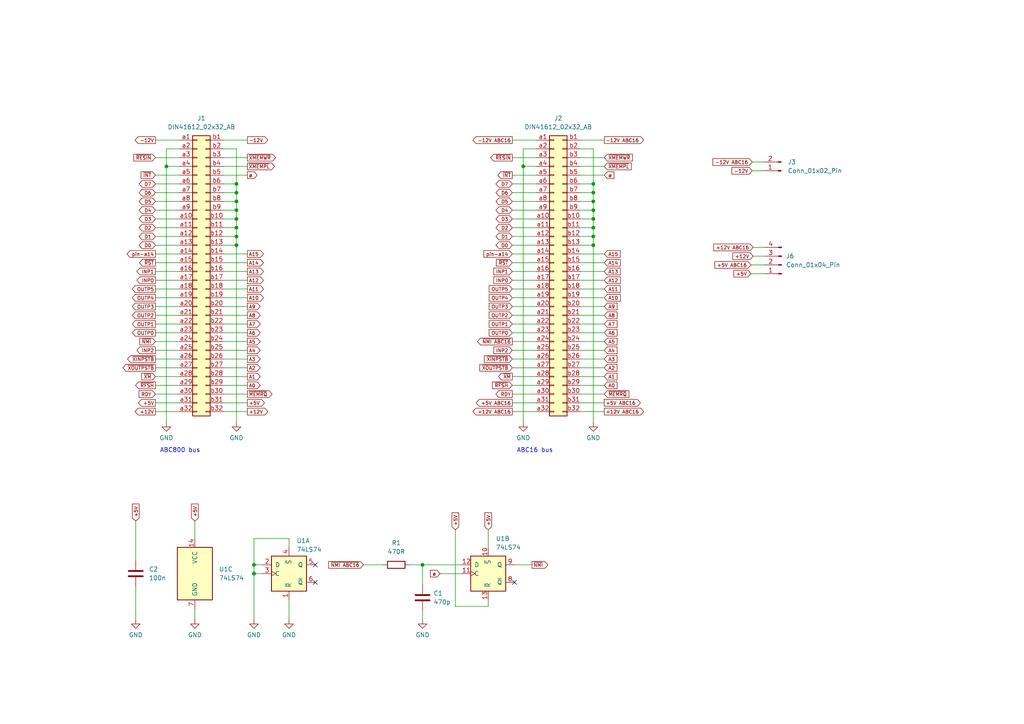
<source format=kicad_sch>
(kicad_sch (version 20230121) (generator eeschema)
  (paper "A4")
  (title_block (title "ABC800 - ABC16 extension board") (date "2024-04-17") (rev "1") (company "ARL") (comment 1 "Anders Sandahl"))
  (lib_symbols
    (symbol "74xx:74LS74" (pin_names (offset 1.016))
      (property "Reference" "U" (at -7.62 8.89 0))
      (property "Value" "74LS74" (at -7.62 -8.89 0))
      (symbol "74LS74_1_0"
        (pin input line (at 0 -7.62 90) (length 2.54) (name "~{R}") (number "1"))
        (pin input line (at -7.62 2.54 0) (length 2.54) (name "D") (number "2"))
        (pin input clock (at -7.62 0 0) (length 2.54) (name "C") (number "3"))
        (pin input line (at 0 7.62 270) (length 2.54) (name "~{S}") (number "4"))
        (pin output line (at 7.62 2.54 180) (length 2.54) (name "Q") (number "5"))
        (pin output line (at 7.62 -2.54 180) (length 2.54) (name "~{Q}") (number "6"))
      )
      (symbol "74LS74_1_1"
        (rectangle (start -5.08 5.08) (end 5.08 -5.08) (stroke (width 0.254)) (fill (type background)))
      )
      (symbol "74LS74_2_0"
        (pin input line (at 0 7.62 270) (length 2.54) (name "~{S}") (number "10"))
        (pin input clock (at -7.62 0 0) (length 2.54) (name "C") (number "11"))
        (pin input line (at -7.62 2.54 0) (length 2.54) (name "D") (number "12"))
        (pin input line (at 0 -7.62 90) (length 2.54) (name "~{R}") (number "13"))
        (pin output line (at 7.62 -2.54 180) (length 2.54) (name "~{Q}") (number "8"))
        (pin output line (at 7.62 2.54 180) (length 2.54) (name "Q") (number "9"))
      )
      (symbol "74LS74_2_1"
        (rectangle (start -5.08 5.08) (end 5.08 -5.08) (stroke (width 0.254)) (fill (type background)))
      )
      (symbol "74LS74_3_0"
        (pin power_in line (at 0 10.16 270) (length 2.54) (name "VCC") (number "14"))
        (pin power_in line (at 0 -10.16 90) (length 2.54) (name "GND") (number "7"))
      )
      (symbol "74LS74_3_1"
        (rectangle (start -5.08 7.62) (end 5.08 -7.62) (stroke (width 0.254)) (fill (type background)))
      )
    )
    (symbol "Connector:Conn_01x02_Pin" (pin_names (offset 1.016) hide)
      (property "Reference" "J" (at 0 2.54 0))
      (property "Value" "Conn_01x02_Pin" (at 0 -5.08 0))
      (symbol "Conn_01x02_Pin_1_1"
        (polyline (pts (xy 1.27 -2.54) (xy 0.8636 -2.54)) (stroke (width 0.1524)))
        (polyline (pts (xy 1.27 0) (xy 0.8636 0)) (stroke (width 0.1524)))
        (rectangle (start 0.8636 -2.413) (end 0 -2.667) (stroke (width 0.1524)) (fill (type outline)))
        (rectangle (start 0.8636 0.127) (end 0 -0.127) (stroke (width 0.1524)) (fill (type outline)))
        (pin passive line (at 5.08 0 180) (length 3.81) (name "Pin_1") (number "1"))
        (pin passive line (at 5.08 -2.54 180) (length 3.81) (name "Pin_2") (number "2"))
      )
    )
    (symbol "Connector:Conn_01x04_Pin" (pin_names (offset 1.016) hide)
      (property "Reference" "J" (at 0 5.08 0))
      (property "Value" "Conn_01x04_Pin" (at 0 -7.62 0))
      (symbol "Conn_01x04_Pin_1_1"
        (polyline (pts (xy 1.27 -5.08) (xy 0.8636 -5.08)) (stroke (width 0.1524)))
        (polyline (pts (xy 1.27 -2.54) (xy 0.8636 -2.54)) (stroke (width 0.1524)))
        (polyline (pts (xy 1.27 0) (xy 0.8636 0)) (stroke (width 0.1524)))
        (polyline (pts (xy 1.27 2.54) (xy 0.8636 2.54)) (stroke (width 0.1524)))
        (rectangle (start 0.8636 -4.953) (end 0 -5.207) (stroke (width 0.1524)) (fill (type outline)))
        (rectangle (start 0.8636 -2.413) (end 0 -2.667) (stroke (width 0.1524)) (fill (type outline)))
        (rectangle (start 0.8636 0.127) (end 0 -0.127) (stroke (width 0.1524)) (fill (type outline)))
        (rectangle (start 0.8636 2.667) (end 0 2.413) (stroke (width 0.1524)) (fill (type outline)))
        (pin passive line (at 5.08 2.54 180) (length 3.81) (name "Pin_1") (number "1"))
        (pin passive line (at 5.08 0 180) (length 3.81) (name "Pin_2") (number "2"))
        (pin passive line (at 5.08 -2.54 180) (length 3.81) (name "Pin_3") (number "3"))
        (pin passive line (at 5.08 -5.08 180) (length 3.81) (name "Pin_4") (number "4"))
      )
    )
    (symbol "Connector:DIN41612_02x32_AB" (pin_names (offset 1.016) hide)
      (property "Reference" "J" (at 1.27 40.64 0))
      (property "Value" "DIN41612_02x32_AB" (at 1.27 -43.18 0))
      (symbol "DIN41612_02x32_AB_1_1"
        (rectangle (start -1.27 -40.513) (end 0 -40.767) (stroke (width 0.1524)))
        (rectangle (start -1.27 -37.973) (end 0 -38.227) (stroke (width 0.1524)))
        (rectangle (start -1.27 -35.433) (end 0 -35.687) (stroke (width 0.1524)))
        (rectangle (start -1.27 -32.893) (end 0 -33.147) (stroke (width 0.1524)))
        (rectangle (start -1.27 -30.353) (end 0 -30.607) (stroke (width 0.1524)))
        (rectangle (start -1.27 -27.813) (end 0 -28.067) (stroke (width 0.1524)))
        (rectangle (start -1.27 -25.273) (end 0 -25.527) (stroke (width 0.1524)))
        (rectangle (start -1.27 -22.733) (end 0 -22.987) (stroke (width 0.1524)))
        (rectangle (start -1.27 -20.193) (end 0 -20.447) (stroke (width 0.1524)))
        (rectangle (start -1.27 -17.653) (end 0 -17.907) (stroke (width 0.1524)))
        (rectangle (start -1.27 -15.113) (end 0 -15.367) (stroke (width 0.1524)))
        (rectangle (start -1.27 -12.573) (end 0 -12.827) (stroke (width 0.1524)))
        (rectangle (start -1.27 -10.033) (end 0 -10.287) (stroke (width 0.1524)))
        (rectangle (start -1.27 -7.493) (end 0 -7.747) (stroke (width 0.1524)))
        (rectangle (start -1.27 -4.953) (end 0 -5.207) (stroke (width 0.1524)))
        (rectangle (start -1.27 -2.413) (end 0 -2.667) (stroke (width 0.1524)))
        (rectangle (start -1.27 0.127) (end 0 -0.127) (stroke (width 0.1524)))
        (rectangle (start -1.27 2.667) (end 0 2.413) (stroke (width 0.1524)))
        (rectangle (start -1.27 5.207) (end 0 4.953) (stroke (width 0.1524)))
        (rectangle (start -1.27 7.747) (end 0 7.493) (stroke (width 0.1524)))
        (rectangle (start -1.27 10.287) (end 0 10.033) (stroke (width 0.1524)))
        (rectangle (start -1.27 12.827) (end 0 12.573) (stroke (width 0.1524)))
        (rectangle (start -1.27 15.367) (end 0 15.113) (stroke (width 0.1524)))
        (rectangle (start -1.27 17.907) (end 0 17.653) (stroke (width 0.1524)))
        (rectangle (start -1.27 20.447) (end 0 20.193) (stroke (width 0.1524)))
        (rectangle (start -1.27 22.987) (end 0 22.733) (stroke (width 0.1524)))
        (rectangle (start -1.27 25.527) (end 0 25.273) (stroke (width 0.1524)))
        (rectangle (start -1.27 28.067) (end 0 27.813) (stroke (width 0.1524)))
        (rectangle (start -1.27 30.607) (end 0 30.353) (stroke (width 0.1524)))
        (rectangle (start -1.27 33.147) (end 0 32.893) (stroke (width 0.1524)))
        (rectangle (start -1.27 35.687) (end 0 35.433) (stroke (width 0.1524)))
        (rectangle (start -1.27 38.227) (end 0 37.973) (stroke (width 0.1524)))
        (rectangle (start -1.27 39.37) (end 3.81 -41.91) (stroke (width 0.254)) (fill (type background)))
        (rectangle (start 3.81 -40.513) (end 2.54 -40.767) (stroke (width 0.1524)))
        (rectangle (start 3.81 -37.973) (end 2.54 -38.227) (stroke (width 0.1524)))
        (rectangle (start 3.81 -35.433) (end 2.54 -35.687) (stroke (width 0.1524)))
        (rectangle (start 3.81 -32.893) (end 2.54 -33.147) (stroke (width 0.1524)))
        (rectangle (start 3.81 -30.353) (end 2.54 -30.607) (stroke (width 0.1524)))
        (rectangle (start 3.81 -27.813) (end 2.54 -28.067) (stroke (width 0.1524)))
        (rectangle (start 3.81 -25.273) (end 2.54 -25.527) (stroke (width 0.1524)))
        (rectangle (start 3.81 -22.733) (end 2.54 -22.987) (stroke (width 0.1524)))
        (rectangle (start 3.81 -20.193) (end 2.54 -20.447) (stroke (width 0.1524)))
        (rectangle (start 3.81 -17.653) (end 2.54 -17.907) (stroke (width 0.1524)))
        (rectangle (start 3.81 -15.113) (end 2.54 -15.367) (stroke (width 0.1524)))
        (rectangle (start 3.81 -12.573) (end 2.54 -12.827) (stroke (width 0.1524)))
        (rectangle (start 3.81 -10.033) (end 2.54 -10.287) (stroke (width 0.1524)))
        (rectangle (start 3.81 -7.493) (end 2.54 -7.747) (stroke (width 0.1524)))
        (rectangle (start 3.81 -4.953) (end 2.54 -5.207) (stroke (width 0.1524)))
        (rectangle (start 3.81 -2.413) (end 2.54 -2.667) (stroke (width 0.1524)))
        (rectangle (start 3.81 0.127) (end 2.54 -0.127) (stroke (width 0.1524)))
        (rectangle (start 3.81 2.667) (end 2.54 2.413) (stroke (width 0.1524)))
        (rectangle (start 3.81 5.207) (end 2.54 4.953) (stroke (width 0.1524)))
        (rectangle (start 3.81 7.747) (end 2.54 7.493) (stroke (width 0.1524)))
        (rectangle (start 3.81 10.287) (end 2.54 10.033) (stroke (width 0.1524)))
        (rectangle (start 3.81 12.827) (end 2.54 12.573) (stroke (width 0.1524)))
        (rectangle (start 3.81 15.367) (end 2.54 15.113) (stroke (width 0.1524)))
        (rectangle (start 3.81 17.907) (end 2.54 17.653) (stroke (width 0.1524)))
        (rectangle (start 3.81 20.447) (end 2.54 20.193) (stroke (width 0.1524)))
        (rectangle (start 3.81 22.987) (end 2.54 22.733) (stroke (width 0.1524)))
        (rectangle (start 3.81 25.527) (end 2.54 25.273) (stroke (width 0.1524)))
        (rectangle (start 3.81 28.067) (end 2.54 27.813) (stroke (width 0.1524)))
        (rectangle (start 3.81 30.607) (end 2.54 30.353) (stroke (width 0.1524)))
        (rectangle (start 3.81 33.147) (end 2.54 32.893) (stroke (width 0.1524)))
        (rectangle (start 3.81 35.687) (end 2.54 35.433) (stroke (width 0.1524)))
        (rectangle (start 3.81 38.227) (end 2.54 37.973) (stroke (width 0.1524)))
        (pin passive line (at -5.08 38.1 0) (length 3.81) (name "Pin_a1") (number "a1"))
        (pin passive line (at -5.08 15.24 0) (length 3.81) (name "Pin_a10") (number "a10"))
        (pin passive line (at -5.08 12.7 0) (length 3.81) (name "Pin_a11") (number "a11"))
        (pin passive line (at -5.08 10.16 0) (length 3.81) (name "Pin_a12") (number "a12"))
        (pin passive line (at -5.08 7.62 0) (length 3.81) (name "Pin_a13") (number "a13"))
        (pin passive line (at -5.08 5.08 0) (length 3.81) (name "Pin_a14") (number "a14"))
        (pin passive line (at -5.08 2.54 0) (length 3.81) (name "Pin_a15") (number "a15"))
        (pin passive line (at -5.08 0 0) (length 3.81) (name "Pin_a16") (number "a16"))
        (pin passive line (at -5.08 -2.54 0) (length 3.81) (name "Pin_a17") (number "a17"))
        (pin passive line (at -5.08 -5.08 0) (length 3.81) (name "Pin_a18") (number "a18"))
        (pin passive line (at -5.08 -7.62 0) (length 3.81) (name "Pin_a19") (number "a19"))
        (pin passive line (at -5.08 35.56 0) (length 3.81) (name "Pin_a2") (number "a2"))
        (pin passive line (at -5.08 -10.16 0) (length 3.81) (name "Pin_a20") (number "a20"))
        (pin passive line (at -5.08 -12.7 0) (length 3.81) (name "Pin_a21") (number "a21"))
        (pin passive line (at -5.08 -15.24 0) (length 3.81) (name "Pin_a22") (number "a22"))
        (pin passive line (at -5.08 -17.78 0) (length 3.81) (name "Pin_a23") (number "a23"))
        (pin passive line (at -5.08 -20.32 0) (length 3.81) (name "Pin_a24") (number "a24"))
        (pin passive line (at -5.08 -22.86 0) (length 3.81) (name "Pin_a25") (number "a25"))
        (pin passive line (at -5.08 -25.4 0) (length 3.81) (name "Pin_a26") (number "a26"))
        (pin passive line (at -5.08 -27.94 0) (length 3.81) (name "Pin_a27") (number "a27"))
        (pin passive line (at -5.08 -30.48 0) (length 3.81) (name "Pin_a28") (number "a28"))
        (pin passive line (at -5.08 -33.02 0) (length 3.81) (name "Pin_a29") (number "a29"))
        (pin passive line (at -5.08 33.02 0) (length 3.81) (name "Pin_a3") (number "a3"))
        (pin passive line (at -5.08 -35.56 0) (length 3.81) (name "Pin_a30") (number "a30"))
        (pin passive line (at -5.08 -38.1 0) (length 3.81) (name "Pin_a31") (number "a31"))
        (pin passive line (at -5.08 -40.64 0) (length 3.81) (name "Pin_a32") (number "a32"))
        (pin passive line (at -5.08 30.48 0) (length 3.81) (name "Pin_a4") (number "a4"))
        (pin passive line (at -5.08 27.94 0) (length 3.81) (name "Pin_a5") (number "a5"))
        (pin passive line (at -5.08 25.4 0) (length 3.81) (name "Pin_a6") (number "a6"))
        (pin passive line (at -5.08 22.86 0) (length 3.81) (name "Pin_a7") (number "a7"))
        (pin passive line (at -5.08 20.32 0) (length 3.81) (name "Pin_a8") (number "a8"))
        (pin passive line (at -5.08 17.78 0) (length 3.81) (name "Pin_a9") (number "a9"))
        (pin passive line (at 7.62 38.1 180) (length 3.81) (name "Pin_b1") (number "b1"))
        (pin passive line (at 7.62 15.24 180) (length 3.81) (name "Pin_b10") (number "b10"))
        (pin passive line (at 7.62 12.7 180) (length 3.81) (name "Pin_b11") (number "b11"))
        (pin passive line (at 7.62 10.16 180) (length 3.81) (name "Pin_b12") (number "b12"))
        (pin passive line (at 7.62 7.62 180) (length 3.81) (name "Pin_b13") (number "b13"))
        (pin passive line (at 7.62 5.08 180) (length 3.81) (name "Pin_b14") (number "b14"))
        (pin passive line (at 7.62 2.54 180) (length 3.81) (name "Pin_b15") (number "b15"))
        (pin passive line (at 7.62 0 180) (length 3.81) (name "Pin_b16") (number "b16"))
        (pin passive line (at 7.62 -2.54 180) (length 3.81) (name "Pin_b17") (number "b17"))
        (pin passive line (at 7.62 -5.08 180) (length 3.81) (name "Pin_b18") (number "b18"))
        (pin passive line (at 7.62 -7.62 180) (length 3.81) (name "Pin_b19") (number "b19"))
        (pin passive line (at 7.62 35.56 180) (length 3.81) (name "Pin_b2") (number "b2"))
        (pin passive line (at 7.62 -10.16 180) (length 3.81) (name "Pin_b20") (number "b20"))
        (pin passive line (at 7.62 -12.7 180) (length 3.81) (name "Pin_b21") (number "b21"))
        (pin passive line (at 7.62 -15.24 180) (length 3.81) (name "Pin_b22") (number "b22"))
        (pin passive line (at 7.62 -17.78 180) (length 3.81) (name "Pin_b23") (number "b23"))
        (pin passive line (at 7.62 -20.32 180) (length 3.81) (name "Pin_b24") (number "b24"))
        (pin passive line (at 7.62 -22.86 180) (length 3.81) (name "Pin_b25") (number "b25"))
        (pin passive line (at 7.62 -25.4 180) (length 3.81) (name "Pin_b26") (number "b26"))
        (pin passive line (at 7.62 -27.94 180) (length 3.81) (name "Pin_b27") (number "b27"))
        (pin passive line (at 7.62 -30.48 180) (length 3.81) (name "Pin_b28") (number "b28"))
        (pin passive line (at 7.62 -33.02 180) (length 3.81) (name "Pin_b29") (number "b29"))
        (pin passive line (at 7.62 33.02 180) (length 3.81) (name "Pin_b3") (number "b3"))
        (pin passive line (at 7.62 -35.56 180) (length 3.81) (name "Pin_b30") (number "b30"))
        (pin passive line (at 7.62 -38.1 180) (length 3.81) (name "Pin_b31") (number "b31"))
        (pin passive line (at 7.62 -40.64 180) (length 3.81) (name "Pin_b32") (number "b32"))
        (pin passive line (at 7.62 30.48 180) (length 3.81) (name "Pin_b4") (number "b4"))
        (pin passive line (at 7.62 27.94 180) (length 3.81) (name "Pin_b5") (number "b5"))
        (pin passive line (at 7.62 25.4 180) (length 3.81) (name "Pin_b6") (number "b6"))
        (pin passive line (at 7.62 22.86 180) (length 3.81) (name "Pin_b7") (number "b7"))
        (pin passive line (at 7.62 20.32 180) (length 3.81) (name "Pin_b8") (number "b8"))
        (pin passive line (at 7.62 17.78 180) (length 3.81) (name "Pin_b9") (number "b9"))
      )
    )
    (symbol "Device:C" (pin_numbers hide) (pin_names (offset 0.254))
      (property "Reference" "C" (at 0.635 2.54 0))
      (property "Value" "C" (at 0.635 -2.54 0))
      (symbol "C_0_1"
        (polyline (pts (xy -2.032 -0.762) (xy 2.032 -0.762)) (stroke (width 0.508)))
        (polyline (pts (xy -2.032 0.762) (xy 2.032 0.762)) (stroke (width 0.508)))
      )
      (symbol "C_1_1"
        (pin passive line (at 0 3.81 270) (length 2.794) (name "~") (number "1"))
        (pin passive line (at 0 -3.81 90) (length 2.794) (name "~") (number "2"))
      )
    )
    (symbol "Device:R" (pin_numbers hide) (pin_names (offset 0))
      (property "Reference" "R" (at 2.032 0 90))
      (property "Value" "R" (at 0 0 90))
      (symbol "R_0_1"
        (rectangle (start -1.016 -2.54) (end 1.016 2.54) (stroke (width 0.254)))
      )
      (symbol "R_1_1"
        (pin passive line (at 0 3.81 270) (length 1.27) (name "~") (number "1"))
        (pin passive line (at 0 -3.81 90) (length 1.27) (name "~") (number "2"))
      )
    )
    (symbol "power:GND" (power) (pin_names (offset 0))
      (property "Value" "GND" (at 0 -3.81 0))
      (symbol "GND_0_1"
        (polyline (pts (xy 0 0) (xy 0 -1.27) (xy 1.27 -1.27) (xy 0 -2.54) (xy -1.27 -1.27) (xy 0 -1.27)))
      )
      (symbol "GND_1_1"
        (pin power_in line (at 0 0 270) (length 0) hide (name "GND") (number "1"))
      )
    )
  )
  (junction (at 172.085 53.34))
  (junction (at 172.085 68.58))
  (junction (at 68.58 58.42))
  (junction (at 122.555 163.83))
  (junction (at 68.58 68.58))
  (junction (at 172.085 71.12))
  (junction (at 172.085 66.04))
  (junction (at 172.085 60.96))
  (junction (at 68.58 71.12))
  (junction (at 68.58 55.88))
  (junction (at 73.66 163.83))
  (junction (at 68.58 66.04))
  (junction (at 73.66 166.37))
  (junction (at 68.58 60.96))
  (junction (at 68.58 63.5))
  (junction (at 172.085 55.88))
  (junction (at 151.765 48.26))
  (junction (at 48.26 48.26))
  (junction (at 172.085 63.5))
  (junction (at 68.58 53.34))
  (junction (at 172.085 58.42))
  (no_connect (at 91.44 168.91))
  (no_connect (at 149.225 168.91))
  (no_connect (at 91.44 163.83))
  (wire (pts (xy 168.275 78.74) (xy 175.26 78.74)))
  (wire (pts (xy 64.77 58.42) (xy 68.58 58.42)))
  (wire (pts (xy 122.555 163.83) (xy 133.985 163.83)))
  (wire (pts (xy 45.085 96.52) (xy 52.07 96.52)))
  (wire (pts (xy 45.085 78.74) (xy 52.07 78.74)))
  (wire (pts (xy 68.58 63.5) (xy 68.58 66.04)))
  (wire (pts (xy 64.77 78.74) (xy 71.755 78.74)))
  (wire (pts (xy 168.275 76.2) (xy 175.26 76.2)))
  (wire (pts (xy 168.275 45.72) (xy 175.26 45.72)))
  (wire (pts (xy 45.085 50.8) (xy 52.07 50.8)))
  (wire (pts (xy 48.26 43.18) (xy 52.07 43.18)))
  (wire (pts (xy 168.275 53.34) (xy 172.085 53.34)))
  (wire (pts (xy 148.59 116.84) (xy 155.575 116.84)))
  (wire (pts (xy 64.77 40.64) (xy 71.755 40.64)))
  (wire (pts (xy 64.77 109.22) (xy 71.755 109.22)))
  (wire (pts (xy 172.085 60.96) (xy 172.085 63.5)))
  (wire (pts (xy 64.77 50.8) (xy 71.755 50.8)))
  (wire (pts (xy 64.77 116.84) (xy 71.755 116.84)))
  (wire (pts (xy 148.59 99.06) (xy 155.575 99.06)))
  (wire (pts (xy 168.275 99.06) (xy 175.26 99.06)))
  (wire (pts (xy 45.085 109.22) (xy 52.07 109.22)))
  (wire (pts (xy 172.085 63.5) (xy 172.085 66.04)))
  (wire (pts (xy 168.275 101.6) (xy 175.26 101.6)))
  (wire (pts (xy 168.275 55.88) (xy 172.085 55.88)))
  (wire (pts (xy 64.77 60.96) (xy 68.58 60.96)))
  (wire (pts (xy 141.605 175.895) (xy 132.08 175.895)))
  (wire (pts (xy 151.765 43.18) (xy 155.575 43.18)))
  (wire (pts (xy 148.59 60.96) (xy 155.575 60.96)))
  (wire (pts (xy 148.59 73.66) (xy 155.575 73.66)))
  (wire (pts (xy 45.085 106.68) (xy 52.07 106.68)))
  (wire (pts (xy 148.59 71.12) (xy 155.575 71.12)))
  (wire (pts (xy 64.77 83.82) (xy 71.755 83.82)))
  (wire (pts (xy 168.275 43.18) (xy 172.085 43.18)))
  (wire (pts (xy 64.77 93.98) (xy 71.755 93.98)))
  (wire (pts (xy 68.58 68.58) (xy 68.58 71.12)))
  (wire (pts (xy 168.275 48.26) (xy 175.26 48.26)))
  (wire (pts (xy 45.085 60.96) (xy 52.07 60.96)))
  (wire (pts (xy 64.77 53.34) (xy 68.58 53.34)))
  (wire (pts (xy 172.085 53.34) (xy 172.085 55.88)))
  (wire (pts (xy 73.66 166.37) (xy 73.66 163.83)))
  (wire (pts (xy 45.085 104.14) (xy 52.07 104.14)))
  (wire (pts (xy 73.66 163.83) (xy 76.2 163.83)))
  (wire (pts (xy 168.275 93.98) (xy 175.26 93.98)))
  (wire (pts (xy 45.085 45.72) (xy 52.07 45.72)))
  (wire (pts (xy 148.59 68.58) (xy 155.575 68.58)))
  (wire (pts (xy 151.765 122.555) (xy 151.765 48.26)))
  (wire (pts (xy 168.275 111.76) (xy 175.26 111.76)))
  (wire (pts (xy 148.59 104.14) (xy 155.575 104.14)))
  (wire (pts (xy 45.085 81.28) (xy 52.07 81.28)))
  (wire (pts (xy 64.77 55.88) (xy 68.58 55.88)))
  (wire (pts (xy 45.085 66.04) (xy 52.07 66.04)))
  (wire (pts (xy 45.085 99.06) (xy 52.07 99.06)))
  (wire (pts (xy 218.186 49.53) (xy 221.488 49.53)))
  (wire (pts (xy 151.765 48.26) (xy 151.765 43.18)))
  (wire (pts (xy 64.77 114.3) (xy 71.755 114.3)))
  (wire (pts (xy 68.58 43.18) (xy 68.58 53.34)))
  (wire (pts (xy 105.41 163.83) (xy 111.125 163.83)))
  (wire (pts (xy 83.82 156.21) (xy 83.82 158.75)))
  (wire (pts (xy 56.515 176.53) (xy 56.515 179.705)))
  (wire (pts (xy 217.805 79.375) (xy 221.615 79.375)))
  (wire (pts (xy 64.77 73.66) (xy 71.755 73.66)))
  (wire (pts (xy 45.085 116.84) (xy 52.07 116.84)))
  (wire (pts (xy 45.085 86.36) (xy 52.07 86.36)))
  (wire (pts (xy 45.085 71.12) (xy 52.07 71.12)))
  (wire (pts (xy 64.77 101.6) (xy 71.755 101.6)))
  (wire (pts (xy 39.37 151.13) (xy 39.37 162.56)))
  (wire (pts (xy 168.275 106.68) (xy 175.26 106.68)))
  (wire (pts (xy 168.275 109.22) (xy 175.26 109.22)))
  (wire (pts (xy 168.275 119.38) (xy 175.26 119.38)))
  (wire (pts (xy 64.77 45.72) (xy 71.755 45.72)))
  (wire (pts (xy 64.77 104.14) (xy 71.755 104.14)))
  (wire (pts (xy 45.085 63.5) (xy 52.07 63.5)))
  (wire (pts (xy 168.275 66.04) (xy 172.085 66.04)))
  (wire (pts (xy 141.605 153.67) (xy 141.605 158.75)))
  (wire (pts (xy 148.59 93.98) (xy 155.575 93.98)))
  (wire (pts (xy 45.085 58.42) (xy 52.07 58.42)))
  (wire (pts (xy 168.275 88.9) (xy 175.26 88.9)))
  (wire (pts (xy 168.275 73.66) (xy 175.26 73.66)))
  (wire (pts (xy 148.59 53.34) (xy 155.575 53.34)))
  (wire (pts (xy 64.77 111.76) (xy 71.755 111.76)))
  (wire (pts (xy 148.59 91.44) (xy 155.575 91.44)))
  (wire (pts (xy 73.66 163.83) (xy 73.66 156.21)))
  (wire (pts (xy 172.085 71.12) (xy 172.085 122.555)))
  (wire (pts (xy 68.58 58.42) (xy 68.58 60.96)))
  (wire (pts (xy 168.275 58.42) (xy 172.085 58.42)))
  (wire (pts (xy 168.275 86.36) (xy 175.26 86.36)))
  (wire (pts (xy 148.59 76.2) (xy 155.575 76.2)))
  (wire (pts (xy 48.26 48.26) (xy 48.26 43.18)))
  (wire (pts (xy 45.085 68.58) (xy 52.07 68.58)))
  (wire (pts (xy 64.77 43.18) (xy 68.58 43.18)))
  (wire (pts (xy 64.77 86.36) (xy 71.755 86.36)))
  (wire (pts (xy 45.085 119.38) (xy 52.07 119.38)))
  (wire (pts (xy 148.59 81.28) (xy 155.575 81.28)))
  (wire (pts (xy 39.37 170.18) (xy 39.37 179.705)))
  (wire (pts (xy 218.44 71.755) (xy 221.615 71.755)))
  (wire (pts (xy 218.44 74.295) (xy 221.615 74.295)))
  (wire (pts (xy 45.085 55.88) (xy 52.07 55.88)))
  (wire (pts (xy 64.77 63.5) (xy 68.58 63.5)))
  (wire (pts (xy 168.275 114.3) (xy 175.26 114.3)))
  (wire (pts (xy 172.085 66.04) (xy 172.085 68.58)))
  (wire (pts (xy 64.77 91.44) (xy 71.755 91.44)))
  (wire (pts (xy 172.085 43.18) (xy 172.085 53.34)))
  (wire (pts (xy 64.77 88.9) (xy 71.755 88.9)))
  (wire (pts (xy 148.59 119.38) (xy 155.575 119.38)))
  (wire (pts (xy 148.59 40.64) (xy 155.575 40.64)))
  (wire (pts (xy 73.66 156.21) (xy 83.82 156.21)))
  (wire (pts (xy 168.275 71.12) (xy 172.085 71.12)))
  (wire (pts (xy 45.085 88.9) (xy 52.07 88.9)))
  (wire (pts (xy 168.275 91.44) (xy 175.26 91.44)))
  (wire (pts (xy 73.66 179.705) (xy 73.66 166.37)))
  (wire (pts (xy 148.59 106.68) (xy 155.575 106.68)))
  (wire (pts (xy 168.275 40.64) (xy 175.26 40.64)))
  (wire (pts (xy 168.275 60.96) (xy 172.085 60.96)))
  (wire (pts (xy 218.186 46.99) (xy 221.488 46.99)))
  (wire (pts (xy 64.77 106.68) (xy 71.755 106.68)))
  (wire (pts (xy 148.59 58.42) (xy 155.575 58.42)))
  (wire (pts (xy 172.085 55.88) (xy 172.085 58.42)))
  (wire (pts (xy 168.275 63.5) (xy 172.085 63.5)))
  (wire (pts (xy 132.08 153.67) (xy 132.08 175.895)))
  (wire (pts (xy 149.225 163.83) (xy 154.305 163.83)))
  (wire (pts (xy 148.59 50.8) (xy 155.575 50.8)))
  (wire (pts (xy 45.085 91.44) (xy 52.07 91.44)))
  (wire (pts (xy 68.58 66.04) (xy 68.58 68.58)))
  (wire (pts (xy 168.275 81.28) (xy 175.26 81.28)))
  (wire (pts (xy 168.275 68.58) (xy 172.085 68.58)))
  (wire (pts (xy 64.77 48.26) (xy 71.755 48.26)))
  (wire (pts (xy 122.555 169.545) (xy 122.555 163.83)))
  (wire (pts (xy 148.59 45.72) (xy 155.575 45.72)))
  (wire (pts (xy 64.77 71.12) (xy 68.58 71.12)))
  (wire (pts (xy 48.26 122.555) (xy 48.26 48.26)))
  (wire (pts (xy 45.085 101.6) (xy 52.07 101.6)))
  (wire (pts (xy 68.58 55.88) (xy 68.58 58.42)))
  (wire (pts (xy 148.59 86.36) (xy 155.575 86.36)))
  (wire (pts (xy 68.58 60.96) (xy 68.58 63.5)))
  (wire (pts (xy 217.805 76.835) (xy 221.615 76.835)))
  (wire (pts (xy 168.275 50.8) (xy 175.26 50.8)))
  (wire (pts (xy 64.77 76.2) (xy 71.755 76.2)))
  (wire (pts (xy 172.085 58.42) (xy 172.085 60.96)))
  (wire (pts (xy 45.085 73.66) (xy 52.07 73.66)))
  (wire (pts (xy 83.82 173.99) (xy 83.82 179.705)))
  (wire (pts (xy 168.275 96.52) (xy 175.26 96.52)))
  (wire (pts (xy 148.59 111.76) (xy 155.575 111.76)))
  (wire (pts (xy 45.085 114.3) (xy 52.07 114.3)))
  (wire (pts (xy 172.085 68.58) (xy 172.085 71.12)))
  (wire (pts (xy 168.275 104.14) (xy 175.26 104.14)))
  (wire (pts (xy 168.275 116.84) (xy 175.26 116.84)))
  (wire (pts (xy 148.59 83.82) (xy 155.575 83.82)))
  (wire (pts (xy 64.77 96.52) (xy 71.755 96.52)))
  (wire (pts (xy 68.58 53.34) (xy 68.58 55.88)))
  (wire (pts (xy 168.275 83.82) (xy 175.26 83.82)))
  (wire (pts (xy 64.77 66.04) (xy 68.58 66.04)))
  (wire (pts (xy 68.58 71.12) (xy 68.58 122.555)))
  (wire (pts (xy 151.765 48.26) (xy 155.575 48.26)))
  (wire (pts (xy 141.605 173.99) (xy 141.605 175.895)))
  (wire (pts (xy 148.59 109.22) (xy 155.575 109.22)))
  (wire (pts (xy 45.085 111.76) (xy 52.07 111.76)))
  (wire (pts (xy 45.085 40.64) (xy 52.07 40.64)))
  (wire (pts (xy 148.59 96.52) (xy 155.575 96.52)))
  (wire (pts (xy 148.59 101.6) (xy 155.575 101.6)))
  (wire (pts (xy 64.77 81.28) (xy 71.755 81.28)))
  (wire (pts (xy 64.77 119.38) (xy 71.755 119.38)))
  (wire (pts (xy 45.085 83.82) (xy 52.07 83.82)))
  (wire (pts (xy 122.555 177.165) (xy 122.555 179.705)))
  (wire (pts (xy 148.59 88.9) (xy 155.575 88.9)))
  (wire (pts (xy 64.77 99.06) (xy 71.755 99.06)))
  (wire (pts (xy 148.59 78.74) (xy 155.575 78.74)))
  (wire (pts (xy 45.085 76.2) (xy 52.07 76.2)))
  (wire (pts (xy 73.66 166.37) (xy 76.2 166.37)))
  (wire (pts (xy 45.085 53.34) (xy 52.07 53.34)))
  (wire (pts (xy 148.59 55.88) (xy 155.575 55.88)))
  (wire (pts (xy 45.085 93.98) (xy 52.07 93.98)))
  (wire (pts (xy 148.59 114.3) (xy 155.575 114.3)))
  (wire (pts (xy 118.745 163.83) (xy 122.555 163.83)))
  (wire (pts (xy 64.77 68.58) (xy 68.58 68.58)))
  (wire (pts (xy 56.515 151.13) (xy 56.515 156.21)))
  (wire (pts (xy 148.59 66.04) (xy 155.575 66.04)))
  (wire (pts (xy 48.26 48.26) (xy 52.07 48.26)))
  (wire (pts (xy 148.59 63.5) (xy 155.575 63.5)))
  (wire (pts (xy 127.635 166.37) (xy 133.985 166.37)))
  (text "ABC800 bus\n" (at 46.355 131.445 0) (effects (font (size 1.27 1.27)) (justify left bottom)))
  (text "ABC16 bus\n" (at 149.86 131.445 0) (effects (font (size 1.27 1.27)) (justify left bottom)))
  (global_label "~{XMEMPL}" (shape output) (at 71.755 48.26 0) (effects (font (size 1 1))) (property "Intersheetrefs" "${INTERSHEET_REFS}" (effects hide)))
  (global_label "A14" (shape input) (at 175.26 76.2 0) (effects (font (size 1 1))) (property "Intersheetrefs" "${INTERSHEET_REFS}" (effects hide)))
  (global_label "~{XMEMPL}" (shape input) (at 175.26 48.26 0) (effects (font (size 1 1))) (property "Intersheetrefs" "${INTERSHEET_REFS}" (effects hide)))
  (global_label "+5V ABC16" (shape input) (at 217.805 76.835 180) (effects (font (size 1 1))) (property "Intersheetrefs" "${INTERSHEET_REFS}" (effects hide)))
  (global_label "ø" (shape input) (at 175.26 50.8 0) (effects (font (size 1 1))) (property "Intersheetrefs" "${INTERSHEET_REFS}" (effects hide)))
  (global_label "A0" (shape output) (at 71.755 111.76 0) (effects (font (size 1 1))) (property "Intersheetrefs" "${INTERSHEET_REFS}" (effects hide)))
  (global_label "~{RESIN}" (shape input) (at 45.085 45.72 180) (effects (font (size 1 1))) (property "Intersheetrefs" "${INTERSHEET_REFS}" (effects hide)))
  (global_label "~{XMEMWR}" (shape input) (at 175.26 45.72 0) (effects (font (size 1 1))) (property "Intersheetrefs" "${INTERSHEET_REFS}" (effects hide)))
  (global_label "D1" (shape bidirectional) (at 45.085 68.58 180) (effects (font (size 1 1))) (property "Intersheetrefs" "${INTERSHEET_REFS}" (effects hide)))
  (global_label "+5V" (shape output) (at 45.085 116.84 180) (effects (font (size 1 1))) (property "Intersheetrefs" "${INTERSHEET_REFS}" (effects hide)))
  (global_label "D1" (shape bidirectional) (at 148.59 68.58 180) (effects (font (size 1 1))) (property "Intersheetrefs" "${INTERSHEET_REFS}" (effects hide)))
  (global_label "~{NMI}" (shape input) (at 45.085 99.06 180) (effects (font (size 1 1))) (property "Intersheetrefs" "${INTERSHEET_REFS}" (effects hide)))
  (global_label "~{NMI ABC16}" (shape input) (at 105.41 163.83 180) (effects (font (size 1 1))) (property "Intersheetrefs" "${INTERSHEET_REFS}" (effects hide)))
  (global_label "OUTP1" (shape input) (at 148.59 93.98 180) (effects (font (size 1 1))) (property "Intersheetrefs" "${INTERSHEET_REFS}" (effects hide)))
  (global_label "A6" (shape input) (at 175.26 96.52 0) (effects (font (size 1 1))) (property "Intersheetrefs" "${INTERSHEET_REFS}" (effects hide)))
  (global_label "+12V ABC16" (shape input) (at 218.44 71.755 180) (effects (font (size 1 1))) (property "Intersheetrefs" "${INTERSHEET_REFS}" (effects hide)))
  (global_label "OUTP3" (shape output) (at 45.085 88.9 180) (effects (font (size 1 1))) (property "Intersheetrefs" "${INTERSHEET_REFS}" (effects hide)))
  (global_label "+5V ABC16" (shape output) (at 175.26 116.84 0) (effects (font (size 1 1))) (property "Intersheetrefs" "${INTERSHEET_REFS}" (effects hide)))
  (global_label "~{XINPSTB}" (shape output) (at 45.085 104.14 180) (effects (font (size 1 1))) (property "Intersheetrefs" "${INTERSHEET_REFS}" (effects hide)))
  (global_label "~{RST}" (shape output) (at 45.085 76.2 180) (effects (font (size 1 1))) (property "Intersheetrefs" "${INTERSHEET_REFS}" (effects hide)))
  (global_label "D6" (shape bidirectional) (at 45.085 55.88 180) (effects (font (size 1 1))) (property "Intersheetrefs" "${INTERSHEET_REFS}" (effects hide)))
  (global_label "OUTP3" (shape input) (at 148.59 88.9 180) (effects (font (size 1 1))) (property "Intersheetrefs" "${INTERSHEET_REFS}" (effects hide)))
  (global_label "A7" (shape output) (at 71.755 93.98 0) (effects (font (size 1 1))) (property "Intersheetrefs" "${INTERSHEET_REFS}" (effects hide)))
  (global_label "D7" (shape bidirectional) (at 148.59 53.34 180) (effects (font (size 1 1))) (property "Intersheetrefs" "${INTERSHEET_REFS}" (effects hide)))
  (global_label "+5V" (shape input) (at 39.37 151.13 90) (effects (font (size 1 1))) (property "Intersheetrefs" "${INTERSHEET_REFS}" (effects hide)))
  (global_label "OUTP0" (shape input) (at 148.59 96.52 180) (effects (font (size 1 1))) (property "Intersheetrefs" "${INTERSHEET_REFS}" (effects hide)))
  (global_label "A14" (shape output) (at 71.755 76.2 0) (effects (font (size 1 1))) (property "Intersheetrefs" "${INTERSHEET_REFS}" (effects hide)))
  (global_label "A8" (shape input) (at 175.26 91.44 0) (effects (font (size 1 1))) (property "Intersheetrefs" "${INTERSHEET_REFS}" (effects hide)))
  (global_label "A5" (shape output) (at 71.755 99.06 0) (effects (font (size 1 1))) (property "Intersheetrefs" "${INTERSHEET_REFS}" (effects hide)))
  (global_label "D7" (shape bidirectional) (at 45.085 53.34 180) (effects (font (size 1 1))) (property "Intersheetrefs" "${INTERSHEET_REFS}" (effects hide)))
  (global_label "+12V ABC16" (shape output) (at 175.26 119.38 0) (effects (font (size 1 1))) (property "Intersheetrefs" "${INTERSHEET_REFS}" (effects hide)))
  (global_label "~{XINPSTB}" (shape input) (at 148.59 104.14 180) (effects (font (size 1 1))) (property "Intersheetrefs" "${INTERSHEET_REFS}" (effects hide)))
  (global_label "A1" (shape input) (at 175.26 109.22 0) (effects (font (size 1 1))) (property "Intersheetrefs" "${INTERSHEET_REFS}" (effects hide)))
  (global_label "+12V" (shape output) (at 45.085 119.38 180) (effects (font (size 1 1))) (property "Intersheetrefs" "${INTERSHEET_REFS}" (effects hide)))
  (global_label "A13" (shape output) (at 71.755 78.74 0) (effects (font (size 1 1))) (property "Intersheetrefs" "${INTERSHEET_REFS}" (effects hide)))
  (global_label "A12" (shape input) (at 175.26 81.28 0) (effects (font (size 1 1))) (property "Intersheetrefs" "${INTERSHEET_REFS}" (effects hide)))
  (global_label "A4" (shape input) (at 175.26 101.6 0) (effects (font (size 1 1))) (property "Intersheetrefs" "${INTERSHEET_REFS}" (effects hide)))
  (global_label "-12V" (shape output) (at 45.085 40.64 180) (effects (font (size 1 1))) (property "Intersheetrefs" "${INTERSHEET_REFS}" (effects hide)))
  (global_label "~{XMEMWR}" (shape output) (at 71.755 45.72 0) (effects (font (size 1 1))) (property "Intersheetrefs" "${INTERSHEET_REFS}" (effects hide)))
  (global_label "~{NMI}" (shape output) (at 154.305 163.83 0) (effects (font (size 1 1))) (property "Intersheetrefs" "${INTERSHEET_REFS}" (effects hide)))
  (global_label "~{XOUTPSTB}" (shape input) (at 148.59 106.68 180) (effects (font (size 1 1))) (property "Intersheetrefs" "${INTERSHEET_REFS}" (effects hide)))
  (global_label "~{RST}" (shape input) (at 148.59 76.2 180) (effects (font (size 1 1))) (property "Intersheetrefs" "${INTERSHEET_REFS}" (effects hide)))
  (global_label "OUTP4" (shape input) (at 148.59 86.36 180) (effects (font (size 1 1))) (property "Intersheetrefs" "${INTERSHEET_REFS}" (effects hide)))
  (global_label "A9" (shape input) (at 175.26 88.9 0) (effects (font (size 1 1))) (property "Intersheetrefs" "${INTERSHEET_REFS}" (effects hide)))
  (global_label "ø" (shape output) (at 71.755 50.8 0) (effects (font (size 1 1))) (property "Intersheetrefs" "${INTERSHEET_REFS}" (effects hide)))
  (global_label "A15" (shape output) (at 71.755 73.66 0) (effects (font (size 1 1))) (property "Intersheetrefs" "${INTERSHEET_REFS}" (effects hide)))
  (global_label "OUTP4" (shape output) (at 45.085 86.36 180) (effects (font (size 1 1))) (property "Intersheetrefs" "${INTERSHEET_REFS}" (effects hide)))
  (global_label "A12" (shape output) (at 71.755 81.28 0) (effects (font (size 1 1))) (property "Intersheetrefs" "${INTERSHEET_REFS}" (effects hide)))
  (global_label "+5V" (shape output) (at 71.755 116.84 0) (effects (font (size 1 1))) (property "Intersheetrefs" "${INTERSHEET_REFS}" (effects hide)))
  (global_label "OUTP2" (shape output) (at 45.085 91.44 180) (effects (font (size 1 1))) (property "Intersheetrefs" "${INTERSHEET_REFS}" (effects hide)))
  (global_label "~{NMI ABC16}" (shape output) (at 148.59 99.06 180) (effects (font (size 1 1))) (property "Intersheetrefs" "${INTERSHEET_REFS}" (effects hide)))
  (global_label "D5" (shape bidirectional) (at 148.59 58.42 180) (effects (font (size 1 1))) (property "Intersheetrefs" "${INTERSHEET_REFS}" (effects hide)))
  (global_label "D0" (shape bidirectional) (at 45.085 71.12 180) (effects (font (size 1 1))) (property "Intersheetrefs" "${INTERSHEET_REFS}" (effects hide)))
  (global_label "INP2" (shape output) (at 45.085 101.6 180) (effects (font (size 1 1))) (property "Intersheetrefs" "${INTERSHEET_REFS}" (effects hide)))
  (global_label "D2" (shape bidirectional) (at 45.085 66.04 180) (effects (font (size 1 1))) (property "Intersheetrefs" "${INTERSHEET_REFS}" (effects hide)))
  (global_label "+12V" (shape output) (at 71.755 119.38 0) (effects (font (size 1 1))) (property "Intersheetrefs" "${INTERSHEET_REFS}" (effects hide)))
  (global_label "~{XM}" (shape input) (at 45.085 109.22 180) (effects (font (size 1 1))) (property "Intersheetrefs" "${INTERSHEET_REFS}" (effects hide)))
  (global_label "INP0" (shape input) (at 148.59 81.28 180) (effects (font (size 1 1))) (property "Intersheetrefs" "${INTERSHEET_REFS}" (effects hide)))
  (global_label "~{XM}" (shape output) (at 148.59 109.22 180) (effects (font (size 1 1))) (property "Intersheetrefs" "${INTERSHEET_REFS}" (effects hide)))
  (global_label "A0" (shape input) (at 175.26 111.76 0) (effects (font (size 1 1))) (property "Intersheetrefs" "${INTERSHEET_REFS}" (effects hide)))
  (global_label "RDY" (shape output) (at 148.59 114.3 180) (effects (font (size 1 1))) (property "Intersheetrefs" "${INTERSHEET_REFS}" (effects hide)))
  (global_label "A6" (shape output) (at 71.755 96.52 0) (effects (font (size 1 1))) (property "Intersheetrefs" "${INTERSHEET_REFS}" (effects hide)))
  (global_label "A9" (shape output) (at 71.755 88.9 0) (effects (font (size 1 1))) (property "Intersheetrefs" "${INTERSHEET_REFS}" (effects hide)))
  (global_label "A13" (shape input) (at 175.26 78.74 0) (effects (font (size 1 1))) (property "Intersheetrefs" "${INTERSHEET_REFS}" (effects hide)))
  (global_label "+5V ABC16" (shape output) (at 148.59 116.84 180) (effects (font (size 1 1))) (property "Intersheetrefs" "${INTERSHEET_REFS}" (effects hide)))
  (global_label "~{INT}" (shape input) (at 45.085 50.8 180) (effects (font (size 1 1))) (property "Intersheetrefs" "${INTERSHEET_REFS}" (effects hide)))
  (global_label "INP0" (shape output) (at 45.085 81.28 180) (effects (font (size 1 1))) (property "Intersheetrefs" "${INTERSHEET_REFS}" (effects hide)))
  (global_label "INP2" (shape input) (at 148.59 101.6 180) (effects (font (size 1 1))) (property "Intersheetrefs" "${INTERSHEET_REFS}" (effects hide)))
  (global_label "A3" (shape output) (at 71.755 104.14 0) (effects (font (size 1 1))) (property "Intersheetrefs" "${INTERSHEET_REFS}" (effects hide)))
  (global_label "pin-a14" (shape input) (at 148.59 73.66 180) (effects (font (size 1 1))) (property "Intersheetrefs" "${INTERSHEET_REFS}" (effects hide)))
  (global_label "-12V" (shape output) (at 71.755 40.64 0) (effects (font (size 1 1))) (property "Intersheetrefs" "${INTERSHEET_REFS}" (effects hide)))
  (global_label "-12V ABC16" (shape input) (at 218.186 46.99 180) (effects (font (size 1 1))) (property "Intersheetrefs" "${INTERSHEET_REFS}" (effects hide)))
  (global_label "D4" (shape bidirectional) (at 148.59 60.96 180) (effects (font (size 1 1))) (property "Intersheetrefs" "${INTERSHEET_REFS}" (effects hide)))
  (global_label "~{XOUTPSTB}" (shape output) (at 45.085 106.68 180) (effects (font (size 1 1))) (property "Intersheetrefs" "${INTERSHEET_REFS}" (effects hide)))
  (global_label "A8" (shape output) (at 71.755 91.44 0) (effects (font (size 1 1))) (property "Intersheetrefs" "${INTERSHEET_REFS}" (effects hide)))
  (global_label "A11" (shape input) (at 175.26 83.82 0) (effects (font (size 1 1))) (property "Intersheetrefs" "${INTERSHEET_REFS}" (effects hide)))
  (global_label "A7" (shape input) (at 175.26 93.98 0) (effects (font (size 1 1))) (property "Intersheetrefs" "${INTERSHEET_REFS}" (effects hide)))
  (global_label "A3" (shape input) (at 175.26 104.14 0) (effects (font (size 1 1))) (property "Intersheetrefs" "${INTERSHEET_REFS}" (effects hide)))
  (global_label "A5" (shape input) (at 175.26 99.06 0) (effects (font (size 1 1))) (property "Intersheetrefs" "${INTERSHEET_REFS}" (effects hide)))
  (global_label "~{RESIN}" (shape output) (at 148.59 45.72 180) (effects (font (size 1 1))) (property "Intersheetrefs" "${INTERSHEET_REFS}" (effects hide)))
  (global_label "INP1" (shape input) (at 148.59 78.74 180) (effects (font (size 1 1))) (property "Intersheetrefs" "${INTERSHEET_REFS}" (effects hide)))
  (global_label "-12V" (shape input) (at 218.186 49.53 180) (effects (font (size 1 1))) (property "Intersheetrefs" "${INTERSHEET_REFS}" (effects hide)))
  (global_label "~{MEMRQ}" (shape output) (at 71.755 114.3 0) (effects (font (size 1 1))) (property "Intersheetrefs" "${INTERSHEET_REFS}" (effects hide)))
  (global_label "D2" (shape bidirectional) (at 148.59 66.04 180) (effects (font (size 1 1))) (property "Intersheetrefs" "${INTERSHEET_REFS}" (effects hide)))
  (global_label "A1" (shape output) (at 71.755 109.22 0) (effects (font (size 1 1))) (property "Intersheetrefs" "${INTERSHEET_REFS}" (effects hide)))
  (global_label "D5" (shape bidirectional) (at 45.085 58.42 180) (effects (font (size 1 1))) (property "Intersheetrefs" "${INTERSHEET_REFS}" (effects hide)))
  (global_label "+5V" (shape input) (at 141.605 153.67 90) (effects (font (size 1 1))) (property "Intersheetrefs" "${INTERSHEET_REFS}" (effects hide)))
  (global_label "RDY" (shape input) (at 45.085 114.3 180) (effects (font (size 1 1))) (property "Intersheetrefs" "${INTERSHEET_REFS}" (effects hide)))
  (global_label "A2" (shape input) (at 175.26 106.68 0) (effects (font (size 1 1))) (property "Intersheetrefs" "${INTERSHEET_REFS}" (effects hide)))
  (global_label "~{MEMRQ}" (shape input) (at 175.26 114.3 0) (effects (font (size 1 1))) (property "Intersheetrefs" "${INTERSHEET_REFS}" (effects hide)))
  (global_label "+12V ABC16" (shape output) (at 148.59 119.38 180) (effects (font (size 1 1))) (property "Intersheetrefs" "${INTERSHEET_REFS}" (effects hide)))
  (global_label "+12V" (shape input) (at 218.44 74.295 180) (effects (font (size 1 1))) (property "Intersheetrefs" "${INTERSHEET_REFS}" (effects hide)))
  (global_label "A15" (shape input) (at 175.26 73.66 0) (effects (font (size 1 1))) (property "Intersheetrefs" "${INTERSHEET_REFS}" (effects hide)))
  (global_label "OUTP2" (shape input) (at 148.59 91.44 180) (effects (font (size 1 1))) (property "Intersheetrefs" "${INTERSHEET_REFS}" (effects hide)))
  (global_label "~{INT}" (shape output) (at 148.59 50.8 180) (effects (font (size 1 1))) (property "Intersheetrefs" "${INTERSHEET_REFS}" (effects hide)))
  (global_label "OUTP1" (shape output) (at 45.085 93.98 180) (effects (font (size 1 1))) (property "Intersheetrefs" "${INTERSHEET_REFS}" (effects hide)))
  (global_label "A11" (shape output) (at 71.755 83.82 0) (effects (font (size 1 1))) (property "Intersheetrefs" "${INTERSHEET_REFS}" (effects hide)))
  (global_label "D4" (shape bidirectional) (at 45.085 60.96 180) (effects (font (size 1 1))) (property "Intersheetrefs" "${INTERSHEET_REFS}" (effects hide)))
  (global_label "A10" (shape output) (at 71.755 86.36 0) (effects (font (size 1 1))) (property "Intersheetrefs" "${INTERSHEET_REFS}" (effects hide)))
  (global_label "OUTP5" (shape output) (at 45.085 83.82 180) (effects (font (size 1 1))) (property "Intersheetrefs" "${INTERSHEET_REFS}" (effects hide)))
  (global_label "pin-a14" (shape output) (at 45.085 73.66 180) (effects (font (size 1 1))) (property "Intersheetrefs" "${INTERSHEET_REFS}" (effects hide)))
  (global_label "~{RFSH}" (shape input) (at 148.59 111.76 180) (effects (font (size 1 1))) (property "Intersheetrefs" "${INTERSHEET_REFS}" (effects hide)))
  (global_label "D3" (shape bidirectional) (at 45.085 63.5 180) (effects (font (size 1 1))) (property "Intersheetrefs" "${INTERSHEET_REFS}" (effects hide)))
  (global_label "~{RFSH}" (shape output) (at 45.085 111.76 180) (effects (font (size 1 1))) (property "Intersheetrefs" "${INTERSHEET_REFS}" (effects hide)))
  (global_label "ø" (shape input) (at 127.635 166.37 180) (effects (font (size 1 1))) (property "Intersheetrefs" "${INTERSHEET_REFS}" (effects hide)))
  (global_label "+5V" (shape input) (at 132.08 153.67 90) (effects (font (size 1 1))) (property "Intersheetrefs" "${INTERSHEET_REFS}" (effects hide)))
  (global_label "INP1" (shape output) (at 45.085 78.74 180) (effects (font (size 1 1))) (property "Intersheetrefs" "${INTERSHEET_REFS}" (effects hide)))
  (global_label "+5V" (shape input) (at 217.805 79.375 180) (effects (font (size 1 1))) (property "Intersheetrefs" "${INTERSHEET_REFS}" (effects hide)))
  (global_label "A2" (shape output) (at 71.755 106.68 0) (effects (font (size 1 1))) (property "Intersheetrefs" "${INTERSHEET_REFS}" (effects hide)))
  (global_label "A10" (shape input) (at 175.26 86.36 0) (effects (font (size 1 1))) (property "Intersheetrefs" "${INTERSHEET_REFS}" (effects hide)))
  (global_label "-12V ABC16" (shape output) (at 148.59 40.64 180) (effects (font (size 1 1))) (property "Intersheetrefs" "${INTERSHEET_REFS}" (effects hide)))
  (global_label "OUTP5" (shape input) (at 148.59 83.82 180) (effects (font (size 1 1))) (property "Intersheetrefs" "${INTERSHEET_REFS}" (effects hide)))
  (global_label "D0" (shape bidirectional) (at 148.59 71.12 180) (effects (font (size 1 1))) (property "Intersheetrefs" "${INTERSHEET_REFS}" (effects hide)))
  (global_label "D3" (shape bidirectional) (at 148.59 63.5 180) (effects (font (size 1 1))) (property "Intersheetrefs" "${INTERSHEET_REFS}" (effects hide)))
  (global_label "D6" (shape bidirectional) (at 148.59 55.88 180) (effects (font (size 1 1))) (property "Intersheetrefs" "${INTERSHEET_REFS}" (effects hide)))
  (global_label "OUTP0" (shape output) (at 45.085 96.52 180) (effects (font (size 1 1))) (property "Intersheetrefs" "${INTERSHEET_REFS}" (effects hide)))
  (global_label "A4" (shape output) (at 71.755 101.6 0) (effects (font (size 1 1))) (property "Intersheetrefs" "${INTERSHEET_REFS}" (effects hide)))
  (global_label "-12V ABC16" (shape output) (at 175.26 40.64 0) (effects (font (size 1 1))) (property "Intersheetrefs" "${INTERSHEET_REFS}" (effects hide)))
  (global_label "+5V" (shape input) (at 56.515 151.13 90) (effects (font (size 1 1))) (property "Intersheetrefs" "${INTERSHEET_REFS}" (effects hide)))
  (symbol (lib_id "Device:R") (at 114.935 163.83 90) (unit 1)
    (property "Reference" "R1" (at 114.935 157.48 90))
    (property "Value" "470R" (at 114.935 160.02 90))
    (property "Footprint" "Resistor_THT:R_Axial_DIN0207_L6.3mm_D2.5mm_P10.16mm_Horizontal" (effects hide))
  )
  (symbol (lib_id "power:GND") (at 73.66 179.705 0) (unit 1)
    (property "Reference" "#PWR06" (effects hide))
    (property "Value" "GND" (at 73.66 184.15 0))
  )
  (symbol (lib_id "power:GND") (at 56.515 179.705 0) (unit 1)
    (property "Reference" "#PWR07" (effects hide))
    (property "Value" "GND" (at 56.515 184.15 0))
  )
  (symbol (lib_id "power:GND") (at 151.765 122.555 0) (unit 1)
    (property "Reference" "#PWR04" (effects hide))
    (property "Value" "GND" (at 151.765 127 0))
  )
  (symbol (lib_id "Device:C") (at 39.37 166.37 0) (unit 1)
    (property "Reference" "C2" (at 43.18 165.1 0) (effects (justify left)))
    (property "Value" "100n" (at 43.18 167.64 0) (effects (justify left)))
    (property "Footprint" "Capacitor_THT:C_Rect_L7.2mm_W2.5mm_P5.00mm_FKS2_FKP2_MKS2_MKP2" (effects hide))
  )
  (symbol (lib_id "Connector:Conn_01x04_Pin") (at 226.695 76.835 180) (unit 1)
    (property "Reference" "J6" (at 227.965 74.295 0) (effects (justify right)))
    (property "Value" "Conn_01x04_Pin" (at 227.965 76.835 0) (effects (justify right)))
    (property "Footprint" "Connector_PinHeader_2.54mm:PinHeader_2x02_P2.54mm_Vertical" (effects hide))
  )
  (symbol (lib_id "power:GND") (at 39.37 179.705 0) (unit 1)
    (property "Reference" "#PWR08" (effects hide))
    (property "Value" "GND" (at 39.37 184.15 0))
  )
  (symbol (lib_id "power:GND") (at 83.82 179.705 0) (unit 1)
    (property "Reference" "#PWR05" (effects hide))
    (property "Value" "GND" (at 83.82 184.15 0))
  )
  (symbol (lib_id "Device:C") (at 122.555 173.355 0) (unit 1)
    (property "Reference" "C1" (at 125.73 172.085 0) (effects (justify left)))
    (property "Value" "470p" (at 125.73 174.625 0) (effects (justify left)))
    (property "Footprint" "Capacitor_THT:C_Disc_D3.0mm_W1.6mm_P2.50mm" (effects hide))
  )
  (symbol (lib_id "74xx:74LS74") (at 83.82 166.37 0) (unit 1)
    (property "Reference" "U1" (at 86.0141 156.845 0) (effects (justify left)))
    (property "Value" "74LS74" (at 86.0141 159.385 0) (effects (justify left)))
    (property "Footprint" "Package_DIP:DIP-14_W7.62mm" (effects hide))
    (property "Datasheet" "74xx/74hc_hct74.pdf" (effects hide))
  )
  (symbol (lib_id "Connector:Conn_01x02_Pin") (at 226.568 49.53 180) (unit 1)
    (property "Reference" "J3" (at 228.473 46.99 0) (effects (justify right)))
    (property "Value" "Conn_01x02_Pin" (at 228.473 49.53 0) (effects (justify right)))
    (property "Footprint" "Connector_PinHeader_2.54mm:PinHeader_1x02_P2.54mm_Vertical" (effects hide))
  )
  (symbol (lib_id "Connector:DIN41612_02x32_AB") (at 57.15 78.74 0) (unit 1)
    (property "Reference" "J1" (at 58.42 34.29 0))
    (property "Value" "DIN41612_02x32_AB" (at 58.42 36.83 0))
    (property "Footprint" "Connector_DIN:DIN41612_B_2x32_Male_Horizontal_THT" (effects hide))
  )
  (symbol (lib_id "power:GND") (at 48.26 122.555 0) (unit 1)
    (property "Reference" "#PWR02" (effects hide))
    (property "Value" "GND" (at 48.26 127 0))
  )
  (symbol (lib_id "74xx:74LS74") (at 56.515 166.37 0) (unit 3)
    (property "Reference" "U1" (at 63.5 165.1 0) (effects (justify left)))
    (property "Value" "74LS74" (at 63.5 167.64 0) (effects (justify left)))
    (property "Footprint" "Package_DIP:DIP-14_W7.62mm" (effects hide))
    (property "Datasheet" "74xx/74hc_hct74.pdf" (effects hide))
  )
  (symbol (lib_id "power:GND") (at 122.555 179.705 0) (unit 1)
    (property "Reference" "#PWR09" (effects hide))
    (property "Value" "GND" (at 122.555 184.15 0))
  )
  (symbol (lib_id "74xx:74LS74") (at 141.605 166.37 0) (unit 2)
    (property "Reference" "U1" (at 143.7991 156.21 0) (effects (justify left)))
    (property "Value" "74LS74" (at 143.7991 158.75 0) (effects (justify left)))
    (property "Footprint" "Package_DIP:DIP-14_W7.62mm" (effects hide))
    (property "Datasheet" "74xx/74hc_hct74.pdf" (effects hide))
  )
  (symbol (lib_id "power:GND") (at 172.085 122.555 0) (unit 1)
    (property "Reference" "#PWR03" (effects hide))
    (property "Value" "GND" (at 172.085 127 0))
  )
  (symbol (lib_id "Connector:DIN41612_02x32_AB") (at 160.655 78.74 0) (unit 1)
    (property "Reference" "J2" (at 161.925 34.29 0))
    (property "Value" "DIN41612_02x32_AB" (at 161.925 36.83 0))
    (property "Footprint" "Connector_DIN:DIN41612_B_2x32_Male_Horizontal_THT" (effects hide))
  )
  (symbol (lib_id "power:GND") (at 68.58 122.555 0) (unit 1)
    (property "Reference" "#PWR01" (effects hide))
    (property "Value" "GND" (at 68.58 127 0))
  )
)
</source>
